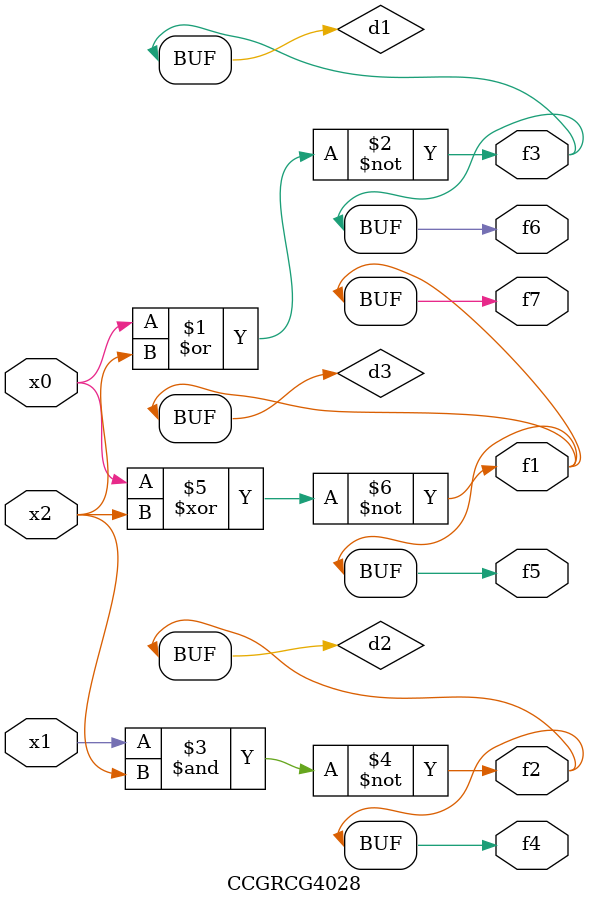
<source format=v>
module CCGRCG4028(
	input x0, x1, x2,
	output f1, f2, f3, f4, f5, f6, f7
);

	wire d1, d2, d3;

	nor (d1, x0, x2);
	nand (d2, x1, x2);
	xnor (d3, x0, x2);
	assign f1 = d3;
	assign f2 = d2;
	assign f3 = d1;
	assign f4 = d2;
	assign f5 = d3;
	assign f6 = d1;
	assign f7 = d3;
endmodule

</source>
